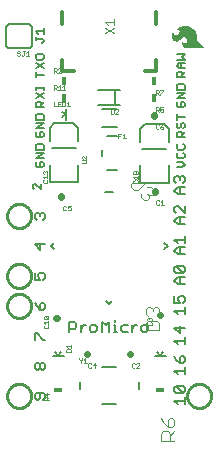
<source format=gto>
G04 EAGLE Gerber RS-274X export*
G75*
%MOMM*%
%FSLAX34Y34*%
%LPD*%
%INSilkscreen Top*%
%IPPOS*%
%AMOC8*
5,1,8,0,0,1.08239X$1,22.5*%
G01*
%ADD10C,0.254000*%
%ADD11C,0.152400*%
%ADD12C,0.127000*%
%ADD13C,0.558800*%
%ADD14C,0.025400*%
%ADD15C,0.203200*%
%ADD16R,0.457200X0.762000*%
%ADD17R,0.762000X0.457200*%
%ADD18C,0.101600*%
%ADD19C,0.304800*%
%ADD20C,0.050800*%

G36*
X170160Y307217D02*
X170160Y307217D01*
X170164Y307215D01*
X170204Y307236D01*
X170246Y307253D01*
X170248Y307258D01*
X170252Y307260D01*
X170265Y307303D01*
X170281Y307345D01*
X170279Y307350D01*
X170281Y307354D01*
X170245Y307424D01*
X170240Y307434D01*
X170239Y307435D01*
X164757Y312307D01*
X163975Y313161D01*
X163386Y314151D01*
X163259Y314502D01*
X163194Y314870D01*
X163194Y317145D01*
X163192Y317150D01*
X163194Y317156D01*
X163070Y318520D01*
X163064Y318530D01*
X163066Y318542D01*
X162698Y319861D01*
X162690Y319869D01*
X162689Y319882D01*
X162089Y321112D01*
X162082Y321119D01*
X162079Y321130D01*
X161262Y322287D01*
X161254Y322292D01*
X161251Y322301D01*
X160279Y323332D01*
X160271Y323336D01*
X160268Y323342D01*
X160267Y323343D01*
X160266Y323344D01*
X159159Y324229D01*
X159149Y324231D01*
X159142Y324240D01*
X157461Y325187D01*
X157450Y325188D01*
X157440Y325196D01*
X155616Y325824D01*
X155605Y325823D01*
X155594Y325830D01*
X153687Y326118D01*
X153676Y326115D01*
X153664Y326120D01*
X151736Y326059D01*
X151727Y326055D01*
X151715Y326057D01*
X150676Y325850D01*
X150668Y325845D01*
X150658Y325845D01*
X149660Y325487D01*
X149653Y325481D01*
X149642Y325480D01*
X148708Y324978D01*
X148701Y324969D01*
X148689Y324966D01*
X147552Y324059D01*
X147546Y324048D01*
X147533Y324041D01*
X146612Y322915D01*
X146600Y322872D01*
X146584Y322831D01*
X146586Y322826D01*
X146585Y322820D01*
X146607Y322782D01*
X146625Y322742D01*
X146631Y322739D01*
X146633Y322735D01*
X146662Y322727D01*
X146710Y322709D01*
X147590Y322709D01*
X147711Y322693D01*
X147813Y322649D01*
X148153Y322375D01*
X148401Y322014D01*
X148466Y321840D01*
X148524Y321302D01*
X148426Y320772D01*
X148177Y320284D01*
X147526Y319382D01*
X147172Y318970D01*
X146762Y318619D01*
X146304Y318336D01*
X145810Y318130D01*
X145510Y318071D01*
X145207Y318083D01*
X144688Y318240D01*
X144228Y318526D01*
X143858Y318921D01*
X143603Y319402D01*
X143465Y319892D01*
X143407Y320403D01*
X143407Y321006D01*
X143407Y321007D01*
X143398Y321029D01*
X143369Y321097D01*
X143277Y321132D01*
X143267Y321128D01*
X143192Y321094D01*
X143189Y321092D01*
X143188Y321091D01*
X143187Y321090D01*
X143167Y321069D01*
X143165Y321065D01*
X143162Y321064D01*
X143161Y321060D01*
X143156Y321058D01*
X142818Y320623D01*
X142814Y320608D01*
X142802Y320596D01*
X142581Y320092D01*
X142581Y320091D01*
X142429Y319735D01*
X142328Y319507D01*
X142328Y319497D01*
X142321Y319487D01*
X142101Y318609D01*
X142103Y318600D01*
X142098Y318590D01*
X142012Y317690D01*
X142016Y317680D01*
X142012Y317668D01*
X142078Y316800D01*
X142084Y316789D01*
X142083Y316776D01*
X142314Y315936D01*
X142322Y315926D01*
X142323Y315913D01*
X142711Y315133D01*
X142719Y315126D01*
X142722Y315115D01*
X143282Y314338D01*
X143289Y314334D01*
X143293Y314325D01*
X143951Y313629D01*
X143962Y313624D01*
X143970Y313613D01*
X144573Y313182D01*
X144588Y313179D01*
X144601Y313167D01*
X145293Y312900D01*
X145309Y312900D01*
X145324Y312892D01*
X146061Y312805D01*
X146076Y312810D01*
X146093Y312806D01*
X146828Y312905D01*
X146841Y312913D01*
X146858Y312913D01*
X147546Y313193D01*
X147555Y313202D01*
X147569Y313205D01*
X149327Y314392D01*
X149333Y314400D01*
X149343Y314404D01*
X150884Y315857D01*
X151319Y316227D01*
X151822Y316467D01*
X152370Y316569D01*
X152926Y316526D01*
X153451Y316340D01*
X153911Y316025D01*
X154276Y315600D01*
X154569Y315057D01*
X154767Y314471D01*
X154864Y313861D01*
X154829Y313150D01*
X154622Y312472D01*
X154257Y311866D01*
X153929Y311553D01*
X153525Y311347D01*
X153109Y311254D01*
X152681Y311254D01*
X152266Y311347D01*
X152128Y311419D01*
X152014Y311537D01*
X151415Y312361D01*
X151344Y312494D01*
X151316Y312632D01*
X151332Y312790D01*
X151318Y312833D01*
X151307Y312878D01*
X151303Y312880D01*
X151302Y312884D01*
X151261Y312904D01*
X151222Y312927D01*
X151218Y312926D01*
X151214Y312928D01*
X151171Y312913D01*
X151127Y312900D01*
X151125Y312897D01*
X151121Y312896D01*
X151102Y312858D01*
X151081Y312822D01*
X151005Y312339D01*
X151007Y312334D01*
X151004Y312329D01*
X150931Y311389D01*
X150933Y311383D01*
X150931Y311377D01*
X150932Y311374D01*
X150931Y311369D01*
X151004Y310429D01*
X151009Y310419D01*
X151008Y310407D01*
X151192Y309708D01*
X151200Y309698D01*
X151201Y309684D01*
X151522Y309036D01*
X151531Y309028D01*
X151535Y309014D01*
X151980Y308444D01*
X151991Y308438D01*
X151997Y308426D01*
X152547Y307956D01*
X152559Y307952D01*
X152568Y307941D01*
X153300Y307540D01*
X153313Y307539D01*
X153324Y307530D01*
X154123Y307290D01*
X154136Y307291D01*
X154149Y307285D01*
X154980Y307215D01*
X154986Y307217D01*
X154991Y307215D01*
X170155Y307215D01*
X170160Y307217D01*
G37*
D10*
X2540Y88900D02*
X2543Y89149D01*
X2552Y89399D01*
X2568Y89647D01*
X2589Y89896D01*
X2616Y90144D01*
X2650Y90391D01*
X2690Y90637D01*
X2735Y90882D01*
X2787Y91126D01*
X2844Y91369D01*
X2908Y91610D01*
X2977Y91849D01*
X3053Y92087D01*
X3134Y92323D01*
X3221Y92557D01*
X3313Y92788D01*
X3412Y93017D01*
X3515Y93244D01*
X3625Y93468D01*
X3740Y93689D01*
X3860Y93908D01*
X3985Y94123D01*
X4116Y94336D01*
X4252Y94545D01*
X4393Y94750D01*
X4539Y94952D01*
X4690Y95151D01*
X4846Y95345D01*
X5007Y95536D01*
X5172Y95723D01*
X5342Y95906D01*
X5516Y96084D01*
X5694Y96258D01*
X5877Y96428D01*
X6064Y96593D01*
X6255Y96754D01*
X6449Y96910D01*
X6648Y97061D01*
X6850Y97207D01*
X7055Y97348D01*
X7264Y97484D01*
X7477Y97615D01*
X7692Y97740D01*
X7911Y97860D01*
X8132Y97975D01*
X8356Y98085D01*
X8583Y98188D01*
X8812Y98287D01*
X9043Y98379D01*
X9277Y98466D01*
X9513Y98547D01*
X9751Y98623D01*
X9990Y98692D01*
X10231Y98756D01*
X10474Y98813D01*
X10718Y98865D01*
X10963Y98910D01*
X11209Y98950D01*
X11456Y98984D01*
X11704Y99011D01*
X11953Y99032D01*
X12201Y99048D01*
X12451Y99057D01*
X12700Y99060D01*
X12949Y99057D01*
X13199Y99048D01*
X13447Y99032D01*
X13696Y99011D01*
X13944Y98984D01*
X14191Y98950D01*
X14437Y98910D01*
X14682Y98865D01*
X14926Y98813D01*
X15169Y98756D01*
X15410Y98692D01*
X15649Y98623D01*
X15887Y98547D01*
X16123Y98466D01*
X16357Y98379D01*
X16588Y98287D01*
X16817Y98188D01*
X17044Y98085D01*
X17268Y97975D01*
X17489Y97860D01*
X17708Y97740D01*
X17923Y97615D01*
X18136Y97484D01*
X18345Y97348D01*
X18550Y97207D01*
X18752Y97061D01*
X18951Y96910D01*
X19145Y96754D01*
X19336Y96593D01*
X19523Y96428D01*
X19706Y96258D01*
X19884Y96084D01*
X20058Y95906D01*
X20228Y95723D01*
X20393Y95536D01*
X20554Y95345D01*
X20710Y95151D01*
X20861Y94952D01*
X21007Y94750D01*
X21148Y94545D01*
X21284Y94336D01*
X21415Y94123D01*
X21540Y93908D01*
X21660Y93689D01*
X21775Y93468D01*
X21885Y93244D01*
X21988Y93017D01*
X22087Y92788D01*
X22179Y92557D01*
X22266Y92323D01*
X22347Y92087D01*
X22423Y91849D01*
X22492Y91610D01*
X22556Y91369D01*
X22613Y91126D01*
X22665Y90882D01*
X22710Y90637D01*
X22750Y90391D01*
X22784Y90144D01*
X22811Y89896D01*
X22832Y89647D01*
X22848Y89399D01*
X22857Y89149D01*
X22860Y88900D01*
X22857Y88651D01*
X22848Y88401D01*
X22832Y88153D01*
X22811Y87904D01*
X22784Y87656D01*
X22750Y87409D01*
X22710Y87163D01*
X22665Y86918D01*
X22613Y86674D01*
X22556Y86431D01*
X22492Y86190D01*
X22423Y85951D01*
X22347Y85713D01*
X22266Y85477D01*
X22179Y85243D01*
X22087Y85012D01*
X21988Y84783D01*
X21885Y84556D01*
X21775Y84332D01*
X21660Y84111D01*
X21540Y83892D01*
X21415Y83677D01*
X21284Y83464D01*
X21148Y83255D01*
X21007Y83050D01*
X20861Y82848D01*
X20710Y82649D01*
X20554Y82455D01*
X20393Y82264D01*
X20228Y82077D01*
X20058Y81894D01*
X19884Y81716D01*
X19706Y81542D01*
X19523Y81372D01*
X19336Y81207D01*
X19145Y81046D01*
X18951Y80890D01*
X18752Y80739D01*
X18550Y80593D01*
X18345Y80452D01*
X18136Y80316D01*
X17923Y80185D01*
X17708Y80060D01*
X17489Y79940D01*
X17268Y79825D01*
X17044Y79715D01*
X16817Y79612D01*
X16588Y79513D01*
X16357Y79421D01*
X16123Y79334D01*
X15887Y79253D01*
X15649Y79177D01*
X15410Y79108D01*
X15169Y79044D01*
X14926Y78987D01*
X14682Y78935D01*
X14437Y78890D01*
X14191Y78850D01*
X13944Y78816D01*
X13696Y78789D01*
X13447Y78768D01*
X13199Y78752D01*
X12949Y78743D01*
X12700Y78740D01*
X12451Y78743D01*
X12201Y78752D01*
X11953Y78768D01*
X11704Y78789D01*
X11456Y78816D01*
X11209Y78850D01*
X10963Y78890D01*
X10718Y78935D01*
X10474Y78987D01*
X10231Y79044D01*
X9990Y79108D01*
X9751Y79177D01*
X9513Y79253D01*
X9277Y79334D01*
X9043Y79421D01*
X8812Y79513D01*
X8583Y79612D01*
X8356Y79715D01*
X8132Y79825D01*
X7911Y79940D01*
X7692Y80060D01*
X7477Y80185D01*
X7264Y80316D01*
X7055Y80452D01*
X6850Y80593D01*
X6648Y80739D01*
X6449Y80890D01*
X6255Y81046D01*
X6064Y81207D01*
X5877Y81372D01*
X5694Y81542D01*
X5516Y81716D01*
X5342Y81894D01*
X5172Y82077D01*
X5007Y82264D01*
X4846Y82455D01*
X4690Y82649D01*
X4539Y82848D01*
X4393Y83050D01*
X4252Y83255D01*
X4116Y83464D01*
X3985Y83677D01*
X3860Y83892D01*
X3740Y84111D01*
X3625Y84332D01*
X3515Y84556D01*
X3412Y84783D01*
X3313Y85012D01*
X3221Y85243D01*
X3134Y85477D01*
X3053Y85713D01*
X2977Y85951D01*
X2908Y86190D01*
X2844Y86431D01*
X2787Y86674D01*
X2735Y86918D01*
X2690Y87163D01*
X2650Y87409D01*
X2616Y87656D01*
X2589Y87904D01*
X2568Y88153D01*
X2552Y88401D01*
X2543Y88651D01*
X2540Y88900D01*
X2540Y114300D02*
X2543Y114549D01*
X2552Y114799D01*
X2568Y115047D01*
X2589Y115296D01*
X2616Y115544D01*
X2650Y115791D01*
X2690Y116037D01*
X2735Y116282D01*
X2787Y116526D01*
X2844Y116769D01*
X2908Y117010D01*
X2977Y117249D01*
X3053Y117487D01*
X3134Y117723D01*
X3221Y117957D01*
X3313Y118188D01*
X3412Y118417D01*
X3515Y118644D01*
X3625Y118868D01*
X3740Y119089D01*
X3860Y119308D01*
X3985Y119523D01*
X4116Y119736D01*
X4252Y119945D01*
X4393Y120150D01*
X4539Y120352D01*
X4690Y120551D01*
X4846Y120745D01*
X5007Y120936D01*
X5172Y121123D01*
X5342Y121306D01*
X5516Y121484D01*
X5694Y121658D01*
X5877Y121828D01*
X6064Y121993D01*
X6255Y122154D01*
X6449Y122310D01*
X6648Y122461D01*
X6850Y122607D01*
X7055Y122748D01*
X7264Y122884D01*
X7477Y123015D01*
X7692Y123140D01*
X7911Y123260D01*
X8132Y123375D01*
X8356Y123485D01*
X8583Y123588D01*
X8812Y123687D01*
X9043Y123779D01*
X9277Y123866D01*
X9513Y123947D01*
X9751Y124023D01*
X9990Y124092D01*
X10231Y124156D01*
X10474Y124213D01*
X10718Y124265D01*
X10963Y124310D01*
X11209Y124350D01*
X11456Y124384D01*
X11704Y124411D01*
X11953Y124432D01*
X12201Y124448D01*
X12451Y124457D01*
X12700Y124460D01*
X12949Y124457D01*
X13199Y124448D01*
X13447Y124432D01*
X13696Y124411D01*
X13944Y124384D01*
X14191Y124350D01*
X14437Y124310D01*
X14682Y124265D01*
X14926Y124213D01*
X15169Y124156D01*
X15410Y124092D01*
X15649Y124023D01*
X15887Y123947D01*
X16123Y123866D01*
X16357Y123779D01*
X16588Y123687D01*
X16817Y123588D01*
X17044Y123485D01*
X17268Y123375D01*
X17489Y123260D01*
X17708Y123140D01*
X17923Y123015D01*
X18136Y122884D01*
X18345Y122748D01*
X18550Y122607D01*
X18752Y122461D01*
X18951Y122310D01*
X19145Y122154D01*
X19336Y121993D01*
X19523Y121828D01*
X19706Y121658D01*
X19884Y121484D01*
X20058Y121306D01*
X20228Y121123D01*
X20393Y120936D01*
X20554Y120745D01*
X20710Y120551D01*
X20861Y120352D01*
X21007Y120150D01*
X21148Y119945D01*
X21284Y119736D01*
X21415Y119523D01*
X21540Y119308D01*
X21660Y119089D01*
X21775Y118868D01*
X21885Y118644D01*
X21988Y118417D01*
X22087Y118188D01*
X22179Y117957D01*
X22266Y117723D01*
X22347Y117487D01*
X22423Y117249D01*
X22492Y117010D01*
X22556Y116769D01*
X22613Y116526D01*
X22665Y116282D01*
X22710Y116037D01*
X22750Y115791D01*
X22784Y115544D01*
X22811Y115296D01*
X22832Y115047D01*
X22848Y114799D01*
X22857Y114549D01*
X22860Y114300D01*
X22857Y114051D01*
X22848Y113801D01*
X22832Y113553D01*
X22811Y113304D01*
X22784Y113056D01*
X22750Y112809D01*
X22710Y112563D01*
X22665Y112318D01*
X22613Y112074D01*
X22556Y111831D01*
X22492Y111590D01*
X22423Y111351D01*
X22347Y111113D01*
X22266Y110877D01*
X22179Y110643D01*
X22087Y110412D01*
X21988Y110183D01*
X21885Y109956D01*
X21775Y109732D01*
X21660Y109511D01*
X21540Y109292D01*
X21415Y109077D01*
X21284Y108864D01*
X21148Y108655D01*
X21007Y108450D01*
X20861Y108248D01*
X20710Y108049D01*
X20554Y107855D01*
X20393Y107664D01*
X20228Y107477D01*
X20058Y107294D01*
X19884Y107116D01*
X19706Y106942D01*
X19523Y106772D01*
X19336Y106607D01*
X19145Y106446D01*
X18951Y106290D01*
X18752Y106139D01*
X18550Y105993D01*
X18345Y105852D01*
X18136Y105716D01*
X17923Y105585D01*
X17708Y105460D01*
X17489Y105340D01*
X17268Y105225D01*
X17044Y105115D01*
X16817Y105012D01*
X16588Y104913D01*
X16357Y104821D01*
X16123Y104734D01*
X15887Y104653D01*
X15649Y104577D01*
X15410Y104508D01*
X15169Y104444D01*
X14926Y104387D01*
X14682Y104335D01*
X14437Y104290D01*
X14191Y104250D01*
X13944Y104216D01*
X13696Y104189D01*
X13447Y104168D01*
X13199Y104152D01*
X12949Y104143D01*
X12700Y104140D01*
X12451Y104143D01*
X12201Y104152D01*
X11953Y104168D01*
X11704Y104189D01*
X11456Y104216D01*
X11209Y104250D01*
X10963Y104290D01*
X10718Y104335D01*
X10474Y104387D01*
X10231Y104444D01*
X9990Y104508D01*
X9751Y104577D01*
X9513Y104653D01*
X9277Y104734D01*
X9043Y104821D01*
X8812Y104913D01*
X8583Y105012D01*
X8356Y105115D01*
X8132Y105225D01*
X7911Y105340D01*
X7692Y105460D01*
X7477Y105585D01*
X7264Y105716D01*
X7055Y105852D01*
X6850Y105993D01*
X6648Y106139D01*
X6449Y106290D01*
X6255Y106446D01*
X6064Y106607D01*
X5877Y106772D01*
X5694Y106942D01*
X5516Y107116D01*
X5342Y107294D01*
X5172Y107477D01*
X5007Y107664D01*
X4846Y107855D01*
X4690Y108049D01*
X4539Y108248D01*
X4393Y108450D01*
X4252Y108655D01*
X4116Y108864D01*
X3985Y109077D01*
X3860Y109292D01*
X3740Y109511D01*
X3625Y109732D01*
X3515Y109956D01*
X3412Y110183D01*
X3313Y110412D01*
X3221Y110643D01*
X3134Y110877D01*
X3053Y111113D01*
X2977Y111351D01*
X2908Y111590D01*
X2844Y111831D01*
X2787Y112074D01*
X2735Y112318D01*
X2690Y112563D01*
X2650Y112809D01*
X2616Y113056D01*
X2589Y113304D01*
X2568Y113553D01*
X2552Y113801D01*
X2543Y114051D01*
X2540Y114300D01*
X2540Y165100D02*
X2543Y165349D01*
X2552Y165599D01*
X2568Y165847D01*
X2589Y166096D01*
X2616Y166344D01*
X2650Y166591D01*
X2690Y166837D01*
X2735Y167082D01*
X2787Y167326D01*
X2844Y167569D01*
X2908Y167810D01*
X2977Y168049D01*
X3053Y168287D01*
X3134Y168523D01*
X3221Y168757D01*
X3313Y168988D01*
X3412Y169217D01*
X3515Y169444D01*
X3625Y169668D01*
X3740Y169889D01*
X3860Y170108D01*
X3985Y170323D01*
X4116Y170536D01*
X4252Y170745D01*
X4393Y170950D01*
X4539Y171152D01*
X4690Y171351D01*
X4846Y171545D01*
X5007Y171736D01*
X5172Y171923D01*
X5342Y172106D01*
X5516Y172284D01*
X5694Y172458D01*
X5877Y172628D01*
X6064Y172793D01*
X6255Y172954D01*
X6449Y173110D01*
X6648Y173261D01*
X6850Y173407D01*
X7055Y173548D01*
X7264Y173684D01*
X7477Y173815D01*
X7692Y173940D01*
X7911Y174060D01*
X8132Y174175D01*
X8356Y174285D01*
X8583Y174388D01*
X8812Y174487D01*
X9043Y174579D01*
X9277Y174666D01*
X9513Y174747D01*
X9751Y174823D01*
X9990Y174892D01*
X10231Y174956D01*
X10474Y175013D01*
X10718Y175065D01*
X10963Y175110D01*
X11209Y175150D01*
X11456Y175184D01*
X11704Y175211D01*
X11953Y175232D01*
X12201Y175248D01*
X12451Y175257D01*
X12700Y175260D01*
X12949Y175257D01*
X13199Y175248D01*
X13447Y175232D01*
X13696Y175211D01*
X13944Y175184D01*
X14191Y175150D01*
X14437Y175110D01*
X14682Y175065D01*
X14926Y175013D01*
X15169Y174956D01*
X15410Y174892D01*
X15649Y174823D01*
X15887Y174747D01*
X16123Y174666D01*
X16357Y174579D01*
X16588Y174487D01*
X16817Y174388D01*
X17044Y174285D01*
X17268Y174175D01*
X17489Y174060D01*
X17708Y173940D01*
X17923Y173815D01*
X18136Y173684D01*
X18345Y173548D01*
X18550Y173407D01*
X18752Y173261D01*
X18951Y173110D01*
X19145Y172954D01*
X19336Y172793D01*
X19523Y172628D01*
X19706Y172458D01*
X19884Y172284D01*
X20058Y172106D01*
X20228Y171923D01*
X20393Y171736D01*
X20554Y171545D01*
X20710Y171351D01*
X20861Y171152D01*
X21007Y170950D01*
X21148Y170745D01*
X21284Y170536D01*
X21415Y170323D01*
X21540Y170108D01*
X21660Y169889D01*
X21775Y169668D01*
X21885Y169444D01*
X21988Y169217D01*
X22087Y168988D01*
X22179Y168757D01*
X22266Y168523D01*
X22347Y168287D01*
X22423Y168049D01*
X22492Y167810D01*
X22556Y167569D01*
X22613Y167326D01*
X22665Y167082D01*
X22710Y166837D01*
X22750Y166591D01*
X22784Y166344D01*
X22811Y166096D01*
X22832Y165847D01*
X22848Y165599D01*
X22857Y165349D01*
X22860Y165100D01*
X22857Y164851D01*
X22848Y164601D01*
X22832Y164353D01*
X22811Y164104D01*
X22784Y163856D01*
X22750Y163609D01*
X22710Y163363D01*
X22665Y163118D01*
X22613Y162874D01*
X22556Y162631D01*
X22492Y162390D01*
X22423Y162151D01*
X22347Y161913D01*
X22266Y161677D01*
X22179Y161443D01*
X22087Y161212D01*
X21988Y160983D01*
X21885Y160756D01*
X21775Y160532D01*
X21660Y160311D01*
X21540Y160092D01*
X21415Y159877D01*
X21284Y159664D01*
X21148Y159455D01*
X21007Y159250D01*
X20861Y159048D01*
X20710Y158849D01*
X20554Y158655D01*
X20393Y158464D01*
X20228Y158277D01*
X20058Y158094D01*
X19884Y157916D01*
X19706Y157742D01*
X19523Y157572D01*
X19336Y157407D01*
X19145Y157246D01*
X18951Y157090D01*
X18752Y156939D01*
X18550Y156793D01*
X18345Y156652D01*
X18136Y156516D01*
X17923Y156385D01*
X17708Y156260D01*
X17489Y156140D01*
X17268Y156025D01*
X17044Y155915D01*
X16817Y155812D01*
X16588Y155713D01*
X16357Y155621D01*
X16123Y155534D01*
X15887Y155453D01*
X15649Y155377D01*
X15410Y155308D01*
X15169Y155244D01*
X14926Y155187D01*
X14682Y155135D01*
X14437Y155090D01*
X14191Y155050D01*
X13944Y155016D01*
X13696Y154989D01*
X13447Y154968D01*
X13199Y154952D01*
X12949Y154943D01*
X12700Y154940D01*
X12451Y154943D01*
X12201Y154952D01*
X11953Y154968D01*
X11704Y154989D01*
X11456Y155016D01*
X11209Y155050D01*
X10963Y155090D01*
X10718Y155135D01*
X10474Y155187D01*
X10231Y155244D01*
X9990Y155308D01*
X9751Y155377D01*
X9513Y155453D01*
X9277Y155534D01*
X9043Y155621D01*
X8812Y155713D01*
X8583Y155812D01*
X8356Y155915D01*
X8132Y156025D01*
X7911Y156140D01*
X7692Y156260D01*
X7477Y156385D01*
X7264Y156516D01*
X7055Y156652D01*
X6850Y156793D01*
X6648Y156939D01*
X6449Y157090D01*
X6255Y157246D01*
X6064Y157407D01*
X5877Y157572D01*
X5694Y157742D01*
X5516Y157916D01*
X5342Y158094D01*
X5172Y158277D01*
X5007Y158464D01*
X4846Y158655D01*
X4690Y158849D01*
X4539Y159048D01*
X4393Y159250D01*
X4252Y159455D01*
X4116Y159664D01*
X3985Y159877D01*
X3860Y160092D01*
X3740Y160311D01*
X3625Y160532D01*
X3515Y160756D01*
X3412Y160983D01*
X3313Y161212D01*
X3221Y161443D01*
X3134Y161677D01*
X3053Y161913D01*
X2977Y162151D01*
X2908Y162390D01*
X2844Y162631D01*
X2787Y162874D01*
X2735Y163118D01*
X2690Y163363D01*
X2650Y163609D01*
X2616Y163856D01*
X2589Y164104D01*
X2568Y164353D01*
X2552Y164601D01*
X2543Y164851D01*
X2540Y165100D01*
X2540Y12700D02*
X2543Y12949D01*
X2552Y13199D01*
X2568Y13447D01*
X2589Y13696D01*
X2616Y13944D01*
X2650Y14191D01*
X2690Y14437D01*
X2735Y14682D01*
X2787Y14926D01*
X2844Y15169D01*
X2908Y15410D01*
X2977Y15649D01*
X3053Y15887D01*
X3134Y16123D01*
X3221Y16357D01*
X3313Y16588D01*
X3412Y16817D01*
X3515Y17044D01*
X3625Y17268D01*
X3740Y17489D01*
X3860Y17708D01*
X3985Y17923D01*
X4116Y18136D01*
X4252Y18345D01*
X4393Y18550D01*
X4539Y18752D01*
X4690Y18951D01*
X4846Y19145D01*
X5007Y19336D01*
X5172Y19523D01*
X5342Y19706D01*
X5516Y19884D01*
X5694Y20058D01*
X5877Y20228D01*
X6064Y20393D01*
X6255Y20554D01*
X6449Y20710D01*
X6648Y20861D01*
X6850Y21007D01*
X7055Y21148D01*
X7264Y21284D01*
X7477Y21415D01*
X7692Y21540D01*
X7911Y21660D01*
X8132Y21775D01*
X8356Y21885D01*
X8583Y21988D01*
X8812Y22087D01*
X9043Y22179D01*
X9277Y22266D01*
X9513Y22347D01*
X9751Y22423D01*
X9990Y22492D01*
X10231Y22556D01*
X10474Y22613D01*
X10718Y22665D01*
X10963Y22710D01*
X11209Y22750D01*
X11456Y22784D01*
X11704Y22811D01*
X11953Y22832D01*
X12201Y22848D01*
X12451Y22857D01*
X12700Y22860D01*
X12949Y22857D01*
X13199Y22848D01*
X13447Y22832D01*
X13696Y22811D01*
X13944Y22784D01*
X14191Y22750D01*
X14437Y22710D01*
X14682Y22665D01*
X14926Y22613D01*
X15169Y22556D01*
X15410Y22492D01*
X15649Y22423D01*
X15887Y22347D01*
X16123Y22266D01*
X16357Y22179D01*
X16588Y22087D01*
X16817Y21988D01*
X17044Y21885D01*
X17268Y21775D01*
X17489Y21660D01*
X17708Y21540D01*
X17923Y21415D01*
X18136Y21284D01*
X18345Y21148D01*
X18550Y21007D01*
X18752Y20861D01*
X18951Y20710D01*
X19145Y20554D01*
X19336Y20393D01*
X19523Y20228D01*
X19706Y20058D01*
X19884Y19884D01*
X20058Y19706D01*
X20228Y19523D01*
X20393Y19336D01*
X20554Y19145D01*
X20710Y18951D01*
X20861Y18752D01*
X21007Y18550D01*
X21148Y18345D01*
X21284Y18136D01*
X21415Y17923D01*
X21540Y17708D01*
X21660Y17489D01*
X21775Y17268D01*
X21885Y17044D01*
X21988Y16817D01*
X22087Y16588D01*
X22179Y16357D01*
X22266Y16123D01*
X22347Y15887D01*
X22423Y15649D01*
X22492Y15410D01*
X22556Y15169D01*
X22613Y14926D01*
X22665Y14682D01*
X22710Y14437D01*
X22750Y14191D01*
X22784Y13944D01*
X22811Y13696D01*
X22832Y13447D01*
X22848Y13199D01*
X22857Y12949D01*
X22860Y12700D01*
X22857Y12451D01*
X22848Y12201D01*
X22832Y11953D01*
X22811Y11704D01*
X22784Y11456D01*
X22750Y11209D01*
X22710Y10963D01*
X22665Y10718D01*
X22613Y10474D01*
X22556Y10231D01*
X22492Y9990D01*
X22423Y9751D01*
X22347Y9513D01*
X22266Y9277D01*
X22179Y9043D01*
X22087Y8812D01*
X21988Y8583D01*
X21885Y8356D01*
X21775Y8132D01*
X21660Y7911D01*
X21540Y7692D01*
X21415Y7477D01*
X21284Y7264D01*
X21148Y7055D01*
X21007Y6850D01*
X20861Y6648D01*
X20710Y6449D01*
X20554Y6255D01*
X20393Y6064D01*
X20228Y5877D01*
X20058Y5694D01*
X19884Y5516D01*
X19706Y5342D01*
X19523Y5172D01*
X19336Y5007D01*
X19145Y4846D01*
X18951Y4690D01*
X18752Y4539D01*
X18550Y4393D01*
X18345Y4252D01*
X18136Y4116D01*
X17923Y3985D01*
X17708Y3860D01*
X17489Y3740D01*
X17268Y3625D01*
X17044Y3515D01*
X16817Y3412D01*
X16588Y3313D01*
X16357Y3221D01*
X16123Y3134D01*
X15887Y3053D01*
X15649Y2977D01*
X15410Y2908D01*
X15169Y2844D01*
X14926Y2787D01*
X14682Y2735D01*
X14437Y2690D01*
X14191Y2650D01*
X13944Y2616D01*
X13696Y2589D01*
X13447Y2568D01*
X13199Y2552D01*
X12949Y2543D01*
X12700Y2540D01*
X12451Y2543D01*
X12201Y2552D01*
X11953Y2568D01*
X11704Y2589D01*
X11456Y2616D01*
X11209Y2650D01*
X10963Y2690D01*
X10718Y2735D01*
X10474Y2787D01*
X10231Y2844D01*
X9990Y2908D01*
X9751Y2977D01*
X9513Y3053D01*
X9277Y3134D01*
X9043Y3221D01*
X8812Y3313D01*
X8583Y3412D01*
X8356Y3515D01*
X8132Y3625D01*
X7911Y3740D01*
X7692Y3860D01*
X7477Y3985D01*
X7264Y4116D01*
X7055Y4252D01*
X6850Y4393D01*
X6648Y4539D01*
X6449Y4690D01*
X6255Y4846D01*
X6064Y5007D01*
X5877Y5172D01*
X5694Y5342D01*
X5516Y5516D01*
X5342Y5694D01*
X5172Y5877D01*
X5007Y6064D01*
X4846Y6255D01*
X4690Y6449D01*
X4539Y6648D01*
X4393Y6850D01*
X4252Y7055D01*
X4116Y7264D01*
X3985Y7477D01*
X3860Y7692D01*
X3740Y7911D01*
X3625Y8132D01*
X3515Y8356D01*
X3412Y8583D01*
X3313Y8812D01*
X3221Y9043D01*
X3134Y9277D01*
X3053Y9513D01*
X2977Y9751D01*
X2908Y9990D01*
X2844Y10231D01*
X2787Y10474D01*
X2735Y10718D01*
X2690Y10963D01*
X2650Y11209D01*
X2616Y11456D01*
X2589Y11704D01*
X2568Y11953D01*
X2552Y12201D01*
X2543Y12451D01*
X2540Y12700D01*
X154940Y12700D02*
X154943Y12949D01*
X154952Y13199D01*
X154968Y13447D01*
X154989Y13696D01*
X155016Y13944D01*
X155050Y14191D01*
X155090Y14437D01*
X155135Y14682D01*
X155187Y14926D01*
X155244Y15169D01*
X155308Y15410D01*
X155377Y15649D01*
X155453Y15887D01*
X155534Y16123D01*
X155621Y16357D01*
X155713Y16588D01*
X155812Y16817D01*
X155915Y17044D01*
X156025Y17268D01*
X156140Y17489D01*
X156260Y17708D01*
X156385Y17923D01*
X156516Y18136D01*
X156652Y18345D01*
X156793Y18550D01*
X156939Y18752D01*
X157090Y18951D01*
X157246Y19145D01*
X157407Y19336D01*
X157572Y19523D01*
X157742Y19706D01*
X157916Y19884D01*
X158094Y20058D01*
X158277Y20228D01*
X158464Y20393D01*
X158655Y20554D01*
X158849Y20710D01*
X159048Y20861D01*
X159250Y21007D01*
X159455Y21148D01*
X159664Y21284D01*
X159877Y21415D01*
X160092Y21540D01*
X160311Y21660D01*
X160532Y21775D01*
X160756Y21885D01*
X160983Y21988D01*
X161212Y22087D01*
X161443Y22179D01*
X161677Y22266D01*
X161913Y22347D01*
X162151Y22423D01*
X162390Y22492D01*
X162631Y22556D01*
X162874Y22613D01*
X163118Y22665D01*
X163363Y22710D01*
X163609Y22750D01*
X163856Y22784D01*
X164104Y22811D01*
X164353Y22832D01*
X164601Y22848D01*
X164851Y22857D01*
X165100Y22860D01*
X165349Y22857D01*
X165599Y22848D01*
X165847Y22832D01*
X166096Y22811D01*
X166344Y22784D01*
X166591Y22750D01*
X166837Y22710D01*
X167082Y22665D01*
X167326Y22613D01*
X167569Y22556D01*
X167810Y22492D01*
X168049Y22423D01*
X168287Y22347D01*
X168523Y22266D01*
X168757Y22179D01*
X168988Y22087D01*
X169217Y21988D01*
X169444Y21885D01*
X169668Y21775D01*
X169889Y21660D01*
X170108Y21540D01*
X170323Y21415D01*
X170536Y21284D01*
X170745Y21148D01*
X170950Y21007D01*
X171152Y20861D01*
X171351Y20710D01*
X171545Y20554D01*
X171736Y20393D01*
X171923Y20228D01*
X172106Y20058D01*
X172284Y19884D01*
X172458Y19706D01*
X172628Y19523D01*
X172793Y19336D01*
X172954Y19145D01*
X173110Y18951D01*
X173261Y18752D01*
X173407Y18550D01*
X173548Y18345D01*
X173684Y18136D01*
X173815Y17923D01*
X173940Y17708D01*
X174060Y17489D01*
X174175Y17268D01*
X174285Y17044D01*
X174388Y16817D01*
X174487Y16588D01*
X174579Y16357D01*
X174666Y16123D01*
X174747Y15887D01*
X174823Y15649D01*
X174892Y15410D01*
X174956Y15169D01*
X175013Y14926D01*
X175065Y14682D01*
X175110Y14437D01*
X175150Y14191D01*
X175184Y13944D01*
X175211Y13696D01*
X175232Y13447D01*
X175248Y13199D01*
X175257Y12949D01*
X175260Y12700D01*
X175257Y12451D01*
X175248Y12201D01*
X175232Y11953D01*
X175211Y11704D01*
X175184Y11456D01*
X175150Y11209D01*
X175110Y10963D01*
X175065Y10718D01*
X175013Y10474D01*
X174956Y10231D01*
X174892Y9990D01*
X174823Y9751D01*
X174747Y9513D01*
X174666Y9277D01*
X174579Y9043D01*
X174487Y8812D01*
X174388Y8583D01*
X174285Y8356D01*
X174175Y8132D01*
X174060Y7911D01*
X173940Y7692D01*
X173815Y7477D01*
X173684Y7264D01*
X173548Y7055D01*
X173407Y6850D01*
X173261Y6648D01*
X173110Y6449D01*
X172954Y6255D01*
X172793Y6064D01*
X172628Y5877D01*
X172458Y5694D01*
X172284Y5516D01*
X172106Y5342D01*
X171923Y5172D01*
X171736Y5007D01*
X171545Y4846D01*
X171351Y4690D01*
X171152Y4539D01*
X170950Y4393D01*
X170745Y4252D01*
X170536Y4116D01*
X170323Y3985D01*
X170108Y3860D01*
X169889Y3740D01*
X169668Y3625D01*
X169444Y3515D01*
X169217Y3412D01*
X168988Y3313D01*
X168757Y3221D01*
X168523Y3134D01*
X168287Y3053D01*
X168049Y2977D01*
X167810Y2908D01*
X167569Y2844D01*
X167326Y2787D01*
X167082Y2735D01*
X166837Y2690D01*
X166591Y2650D01*
X166344Y2616D01*
X166096Y2589D01*
X165847Y2568D01*
X165599Y2552D01*
X165349Y2543D01*
X165100Y2540D01*
X164851Y2543D01*
X164601Y2552D01*
X164353Y2568D01*
X164104Y2589D01*
X163856Y2616D01*
X163609Y2650D01*
X163363Y2690D01*
X163118Y2735D01*
X162874Y2787D01*
X162631Y2844D01*
X162390Y2908D01*
X162151Y2977D01*
X161913Y3053D01*
X161677Y3134D01*
X161443Y3221D01*
X161212Y3313D01*
X160983Y3412D01*
X160756Y3515D01*
X160532Y3625D01*
X160311Y3740D01*
X160092Y3860D01*
X159877Y3985D01*
X159664Y4116D01*
X159455Y4252D01*
X159250Y4393D01*
X159048Y4539D01*
X158849Y4690D01*
X158655Y4846D01*
X158464Y5007D01*
X158277Y5172D01*
X158094Y5342D01*
X157916Y5516D01*
X157742Y5694D01*
X157572Y5877D01*
X157407Y6064D01*
X157246Y6255D01*
X157090Y6449D01*
X156939Y6648D01*
X156793Y6850D01*
X156652Y7055D01*
X156516Y7264D01*
X156385Y7477D01*
X156260Y7692D01*
X156140Y7911D01*
X156025Y8132D01*
X155915Y8356D01*
X155812Y8583D01*
X155713Y8812D01*
X155621Y9043D01*
X155534Y9277D01*
X155453Y9513D01*
X155377Y9751D01*
X155308Y9990D01*
X155244Y10231D01*
X155187Y10474D01*
X155135Y10718D01*
X155090Y10963D01*
X155050Y11209D01*
X155016Y11456D01*
X154989Y11704D01*
X154968Y11953D01*
X154952Y12201D01*
X154943Y12451D01*
X154940Y12700D01*
D11*
X34798Y11093D02*
X33357Y9652D01*
X34798Y11093D02*
X34798Y13974D01*
X33357Y15414D01*
X27595Y15414D01*
X26155Y13974D01*
X26155Y11093D01*
X27595Y9652D01*
X29036Y9652D01*
X30476Y11093D01*
X30476Y15414D01*
X27595Y35052D02*
X26155Y36493D01*
X26155Y39374D01*
X27595Y40814D01*
X29036Y40814D01*
X30476Y39374D01*
X31917Y40814D01*
X33357Y40814D01*
X34798Y39374D01*
X34798Y36493D01*
X33357Y35052D01*
X31917Y35052D01*
X30476Y36493D01*
X29036Y35052D01*
X27595Y35052D01*
X30476Y36493D02*
X30476Y39374D01*
X26155Y60452D02*
X26155Y66214D01*
X27595Y66214D01*
X33357Y60452D01*
X34798Y60452D01*
X27595Y88733D02*
X26155Y91614D01*
X27595Y88733D02*
X30476Y85852D01*
X33357Y85852D01*
X34798Y87293D01*
X34798Y90174D01*
X33357Y91614D01*
X31917Y91614D01*
X30476Y90174D01*
X30476Y85852D01*
X26155Y111252D02*
X26155Y117014D01*
X26155Y111252D02*
X30476Y111252D01*
X29036Y114133D01*
X29036Y115574D01*
X30476Y117014D01*
X33357Y117014D01*
X34798Y115574D01*
X34798Y112693D01*
X33357Y111252D01*
X34798Y140974D02*
X26155Y140974D01*
X30476Y136652D01*
X30476Y142414D01*
X27595Y162052D02*
X26155Y163493D01*
X26155Y166374D01*
X27595Y167814D01*
X29036Y167814D01*
X30476Y166374D01*
X30476Y164933D01*
X30476Y166374D02*
X31917Y167814D01*
X33357Y167814D01*
X34798Y166374D01*
X34798Y163493D01*
X33357Y162052D01*
D12*
X31166Y187808D02*
X31166Y192384D01*
X31166Y187808D02*
X26590Y192384D01*
X25446Y192384D01*
X24302Y191240D01*
X24302Y188952D01*
X25446Y187808D01*
X26791Y209807D02*
X27935Y210951D01*
X26791Y209807D02*
X26791Y207519D01*
X27935Y206375D01*
X32511Y206375D01*
X33655Y207519D01*
X33655Y209807D01*
X32511Y210951D01*
X30223Y210951D01*
X30223Y208663D01*
X33655Y213859D02*
X26791Y213859D01*
X33655Y218435D01*
X26791Y218435D01*
X26791Y221343D02*
X33655Y221343D01*
X33655Y224775D01*
X32511Y225919D01*
X27935Y225919D01*
X26791Y224775D01*
X26791Y221343D01*
X26791Y235207D02*
X27935Y236351D01*
X26791Y235207D02*
X26791Y232919D01*
X27935Y231775D01*
X32511Y231775D01*
X33655Y232919D01*
X33655Y235207D01*
X32511Y236351D01*
X30223Y236351D01*
X30223Y234063D01*
X33655Y239259D02*
X26791Y239259D01*
X33655Y243835D01*
X26791Y243835D01*
X26791Y246743D02*
X33655Y246743D01*
X33655Y250175D01*
X32511Y251319D01*
X27935Y251319D01*
X26791Y250175D01*
X26791Y246743D01*
X26791Y257175D02*
X33655Y257175D01*
X26791Y257175D02*
X26791Y260607D01*
X27935Y261751D01*
X30223Y261751D01*
X31367Y260607D01*
X31367Y257175D01*
X31367Y259463D02*
X33655Y261751D01*
X26791Y264659D02*
X33655Y269235D01*
X33655Y264659D02*
X26791Y269235D01*
X33655Y272143D02*
X33655Y274431D01*
X33655Y273287D02*
X26791Y273287D01*
X26791Y272143D02*
X26791Y274431D01*
X26791Y284863D02*
X33655Y284863D01*
X26791Y282575D02*
X26791Y287151D01*
X26791Y290059D02*
X33655Y294635D01*
X33655Y290059D02*
X26791Y294635D01*
X26791Y298687D02*
X26791Y300975D01*
X26791Y298687D02*
X27935Y297543D01*
X32511Y297543D01*
X33655Y298687D01*
X33655Y300975D01*
X32511Y302119D01*
X27935Y302119D01*
X26791Y300975D01*
X146171Y282575D02*
X153035Y282575D01*
X146171Y282575D02*
X146171Y286007D01*
X147315Y287151D01*
X149603Y287151D01*
X150747Y286007D01*
X150747Y282575D01*
X150747Y284863D02*
X153035Y287151D01*
X153035Y290059D02*
X148459Y290059D01*
X146171Y292347D01*
X148459Y294635D01*
X153035Y294635D01*
X149603Y294635D02*
X149603Y290059D01*
X146171Y297543D02*
X153035Y297543D01*
X150747Y299831D01*
X153035Y302119D01*
X146171Y302119D01*
X147315Y261751D02*
X146171Y260607D01*
X146171Y258319D01*
X147315Y257175D01*
X151891Y257175D01*
X153035Y258319D01*
X153035Y260607D01*
X151891Y261751D01*
X149603Y261751D01*
X149603Y259463D01*
X153035Y264659D02*
X146171Y264659D01*
X153035Y269235D01*
X146171Y269235D01*
X146171Y272143D02*
X153035Y272143D01*
X153035Y275575D01*
X151891Y276719D01*
X147315Y276719D01*
X146171Y275575D01*
X146171Y272143D01*
X146171Y231775D02*
X153035Y231775D01*
X146171Y231775D02*
X146171Y235207D01*
X147315Y236351D01*
X149603Y236351D01*
X150747Y235207D01*
X150747Y231775D01*
X150747Y234063D02*
X153035Y236351D01*
X146171Y242691D02*
X147315Y243835D01*
X146171Y242691D02*
X146171Y240403D01*
X147315Y239259D01*
X148459Y239259D01*
X149603Y240403D01*
X149603Y242691D01*
X150747Y243835D01*
X151891Y243835D01*
X153035Y242691D01*
X153035Y240403D01*
X151891Y239259D01*
X153035Y249031D02*
X146171Y249031D01*
X146171Y246743D02*
X146171Y251319D01*
X146171Y206375D02*
X150747Y206375D01*
X153035Y208663D01*
X150747Y210951D01*
X146171Y210951D01*
X146171Y217291D02*
X147315Y218435D01*
X146171Y217291D02*
X146171Y215003D01*
X147315Y213859D01*
X151891Y213859D01*
X153035Y215003D01*
X153035Y217291D01*
X151891Y218435D01*
X146171Y224775D02*
X147315Y225919D01*
X146171Y224775D02*
X146171Y222487D01*
X147315Y221343D01*
X151891Y221343D01*
X153035Y222487D01*
X153035Y224775D01*
X151891Y225919D01*
D11*
X152908Y183642D02*
X147146Y183642D01*
X144265Y186523D01*
X147146Y189404D01*
X152908Y189404D01*
X148586Y189404D02*
X148586Y183642D01*
X145705Y192997D02*
X144265Y194438D01*
X144265Y197319D01*
X145705Y198759D01*
X147146Y198759D01*
X148586Y197319D01*
X148586Y195878D01*
X148586Y197319D02*
X150027Y198759D01*
X151467Y198759D01*
X152908Y197319D01*
X152908Y194438D01*
X151467Y192997D01*
X152908Y158242D02*
X147146Y158242D01*
X144265Y161123D01*
X147146Y164004D01*
X152908Y164004D01*
X148586Y164004D02*
X148586Y158242D01*
X152908Y167597D02*
X152908Y173359D01*
X152908Y167597D02*
X147146Y173359D01*
X145705Y173359D01*
X144265Y171919D01*
X144265Y169038D01*
X145705Y167597D01*
X147146Y132842D02*
X152908Y132842D01*
X147146Y132842D02*
X144265Y135723D01*
X147146Y138604D01*
X152908Y138604D01*
X148586Y138604D02*
X148586Y132842D01*
X147146Y142197D02*
X144265Y145078D01*
X152908Y145078D01*
X152908Y142197D02*
X152908Y147959D01*
X152908Y107442D02*
X147146Y107442D01*
X144265Y110323D01*
X147146Y113204D01*
X152908Y113204D01*
X148586Y113204D02*
X148586Y107442D01*
X151467Y116797D02*
X145705Y116797D01*
X144265Y118238D01*
X144265Y121119D01*
X145705Y122559D01*
X151467Y122559D01*
X152908Y121119D01*
X152908Y118238D01*
X151467Y116797D01*
X145705Y122559D01*
X144265Y84923D02*
X147146Y82042D01*
X144265Y84923D02*
X152908Y84923D01*
X152908Y82042D02*
X152908Y87804D01*
X144265Y91397D02*
X144265Y97159D01*
X144265Y91397D02*
X148586Y91397D01*
X147146Y94278D01*
X147146Y95719D01*
X148586Y97159D01*
X151467Y97159D01*
X152908Y95719D01*
X152908Y92838D01*
X151467Y91397D01*
X144265Y59523D02*
X147146Y56642D01*
X144265Y59523D02*
X152908Y59523D01*
X152908Y56642D02*
X152908Y62404D01*
X152908Y70319D02*
X144265Y70319D01*
X148586Y65997D01*
X148586Y71759D01*
X144265Y34123D02*
X147146Y31242D01*
X144265Y34123D02*
X152908Y34123D01*
X152908Y31242D02*
X152908Y37004D01*
X145705Y43478D02*
X144265Y46359D01*
X145705Y43478D02*
X148586Y40597D01*
X151467Y40597D01*
X152908Y42038D01*
X152908Y44919D01*
X151467Y46359D01*
X150027Y46359D01*
X148586Y44919D01*
X148586Y40597D01*
X144265Y8723D02*
X147146Y5842D01*
X144265Y8723D02*
X152908Y8723D01*
X152908Y5842D02*
X152908Y11604D01*
X151467Y15197D02*
X145705Y15197D01*
X144265Y16638D01*
X144265Y19519D01*
X145705Y20959D01*
X151467Y20959D01*
X152908Y19519D01*
X152908Y16638D01*
X151467Y15197D01*
X145705Y20959D01*
X55372Y66802D02*
X55372Y75445D01*
X59694Y75445D01*
X61134Y74005D01*
X61134Y71124D01*
X59694Y69683D01*
X55372Y69683D01*
X64727Y66802D02*
X64727Y72564D01*
X64727Y69683D02*
X67608Y72564D01*
X69049Y72564D01*
X73964Y66802D02*
X76845Y66802D01*
X78285Y68243D01*
X78285Y71124D01*
X76845Y72564D01*
X73964Y72564D01*
X72523Y71124D01*
X72523Y68243D01*
X73964Y66802D01*
D12*
X32511Y311785D02*
X33655Y312929D01*
X33655Y314073D01*
X32511Y315217D01*
X26791Y315217D01*
X26791Y314073D02*
X26791Y316361D01*
X29079Y319269D02*
X26791Y321557D01*
X33655Y321557D01*
X33655Y319269D02*
X33655Y323845D01*
D11*
X83312Y75445D02*
X83312Y66802D01*
X86193Y72564D02*
X83312Y75445D01*
X86193Y72564D02*
X89074Y75445D01*
X89074Y66802D01*
X92667Y72564D02*
X94108Y72564D01*
X94108Y66802D01*
X95548Y66802D02*
X92667Y66802D01*
X94108Y75445D02*
X94108Y76886D01*
X100345Y72564D02*
X104666Y72564D01*
X100345Y72564D02*
X98904Y71124D01*
X98904Y68243D01*
X100345Y66802D01*
X104666Y66802D01*
X108259Y66802D02*
X108259Y72564D01*
X108259Y69683D02*
X111140Y72564D01*
X112581Y72564D01*
X117496Y66802D02*
X120377Y66802D01*
X121817Y68243D01*
X121817Y71124D01*
X120377Y72564D01*
X117496Y72564D01*
X116055Y71124D01*
X116055Y68243D01*
X117496Y66802D01*
D13*
X44882Y78740D02*
X44272Y78740D01*
D14*
X34287Y72519D02*
X33652Y71884D01*
X33652Y70613D01*
X34287Y69977D01*
X36829Y69977D01*
X37465Y70613D01*
X37465Y71884D01*
X36829Y72519D01*
X34923Y73719D02*
X33652Y74990D01*
X37465Y74990D01*
X37465Y73719D02*
X37465Y76261D01*
X36829Y77461D02*
X34287Y77461D01*
X33652Y78097D01*
X33652Y79368D01*
X34287Y80003D01*
X36829Y80003D01*
X37465Y79368D01*
X37465Y78097D01*
X36829Y77461D01*
X34287Y80003D01*
D15*
X62673Y193516D02*
X62673Y208516D01*
X62673Y193516D02*
X38673Y193516D01*
X38673Y208516D01*
X62673Y228516D02*
X62673Y239516D01*
X58673Y243516D01*
X42673Y243516D01*
X38673Y239516D01*
X38673Y228516D01*
D12*
X40513Y222326D02*
X60833Y222326D01*
D14*
X33558Y195785D02*
X32923Y195150D01*
X32923Y193879D01*
X33558Y193243D01*
X36100Y193243D01*
X36736Y193879D01*
X36736Y195150D01*
X36100Y195785D01*
X34194Y196985D02*
X32923Y198256D01*
X36736Y198256D01*
X36736Y196985D02*
X36736Y199527D01*
X33558Y200727D02*
X32923Y201363D01*
X32923Y202634D01*
X33558Y203270D01*
X34194Y203270D01*
X34829Y202634D01*
X34829Y201998D01*
X34829Y202634D02*
X35465Y203270D01*
X36100Y203270D01*
X36736Y202634D01*
X36736Y201363D01*
X36100Y200727D01*
D16*
X50673Y264998D03*
D14*
X41910Y272110D02*
X41910Y275923D01*
X43817Y275923D01*
X44452Y275288D01*
X44452Y274017D01*
X43817Y273381D01*
X41910Y273381D01*
X43181Y273381D02*
X44452Y272110D01*
X45652Y274652D02*
X46923Y275923D01*
X46923Y272110D01*
X45652Y272110D02*
X48194Y272110D01*
X49394Y274652D02*
X50665Y275923D01*
X50665Y272110D01*
X49394Y272110D02*
X51936Y272110D01*
D15*
X52373Y251054D02*
X52373Y246454D01*
X52373Y251054D02*
X52373Y255654D01*
X52373Y251054D02*
X49273Y248716D01*
X52219Y251308D02*
X49273Y253238D01*
D14*
X41910Y258166D02*
X41910Y261979D01*
X41910Y258166D02*
X44452Y258166D01*
X45652Y261979D02*
X48194Y261979D01*
X45652Y261979D02*
X45652Y258166D01*
X48194Y258166D01*
X46923Y260072D02*
X45652Y260072D01*
X49394Y261979D02*
X49394Y258166D01*
X51301Y258166D01*
X51936Y258801D01*
X51936Y261343D01*
X51301Y261979D01*
X49394Y261979D01*
X53136Y260708D02*
X54407Y261979D01*
X54407Y258166D01*
X53136Y258166D02*
X55678Y258166D01*
D16*
X50800Y279400D03*
D14*
X42037Y286512D02*
X42037Y290325D01*
X43944Y290325D01*
X44579Y289690D01*
X44579Y288419D01*
X43944Y287783D01*
X42037Y287783D01*
X43308Y287783D02*
X44579Y286512D01*
X45779Y286512D02*
X48321Y286512D01*
X45779Y286512D02*
X48321Y289054D01*
X48321Y289690D01*
X47686Y290325D01*
X46415Y290325D01*
X45779Y289690D01*
D13*
X131775Y81280D02*
X132385Y81280D01*
D14*
X121790Y75059D02*
X121155Y74424D01*
X121155Y73153D01*
X121790Y72517D01*
X124332Y72517D01*
X124968Y73153D01*
X124968Y74424D01*
X124332Y75059D01*
X121790Y76259D02*
X121155Y76895D01*
X121155Y78166D01*
X121790Y78801D01*
X122426Y78801D01*
X123061Y78166D01*
X123061Y77530D01*
X123061Y78166D02*
X123697Y78801D01*
X124332Y78801D01*
X124968Y78166D01*
X124968Y76895D01*
X124332Y76259D01*
D13*
X127381Y185267D02*
X127381Y185877D01*
D14*
X130820Y178464D02*
X131456Y177828D01*
X130820Y178464D02*
X129549Y178464D01*
X128914Y177828D01*
X128914Y175286D01*
X129549Y174650D01*
X130820Y174650D01*
X131456Y175286D01*
X132656Y177193D02*
X133927Y178464D01*
X133927Y174650D01*
X132656Y174650D02*
X135198Y174650D01*
D17*
X132080Y17780D03*
D18*
X132578Y-25100D02*
X144272Y-25100D01*
X132578Y-25100D02*
X132578Y-19253D01*
X134527Y-17304D01*
X138425Y-17304D01*
X140374Y-19253D01*
X140374Y-25100D01*
X140374Y-21202D02*
X144272Y-17304D01*
X134527Y-9508D02*
X132578Y-5610D01*
X134527Y-9508D02*
X138425Y-13406D01*
X142323Y-13406D01*
X144272Y-11457D01*
X144272Y-7559D01*
X142323Y-5610D01*
X140374Y-5610D01*
X138425Y-7559D01*
X138425Y-13406D01*
D15*
X132080Y46560D02*
X127480Y46560D01*
X132080Y46560D02*
X136680Y46560D01*
X132080Y46560D02*
X129742Y49660D01*
X132334Y46714D02*
X134264Y49660D01*
D18*
X131572Y68768D02*
X119878Y68768D01*
X131572Y68768D02*
X131572Y74615D01*
X129623Y76564D01*
X121827Y76564D01*
X119878Y74615D01*
X119878Y68768D01*
X121827Y80462D02*
X119878Y82411D01*
X119878Y86309D01*
X121827Y88258D01*
X123776Y88258D01*
X125725Y86309D01*
X125725Y84360D01*
X125725Y86309D02*
X127674Y88258D01*
X129623Y88258D01*
X131572Y86309D01*
X131572Y82411D01*
X129623Y80462D01*
D15*
X95658Y232766D02*
X87070Y232766D01*
X87070Y204318D02*
X95658Y204318D01*
X83260Y215858D02*
X83260Y221226D01*
D14*
X69011Y209779D02*
X65834Y209779D01*
X69011Y209779D02*
X69647Y210414D01*
X69647Y211685D01*
X69011Y212321D01*
X65834Y212321D01*
X69647Y213521D02*
X69647Y216063D01*
X69647Y213521D02*
X67105Y216063D01*
X66469Y216063D01*
X65834Y215427D01*
X65834Y214156D01*
X66469Y213521D01*
D15*
X139229Y208034D02*
X139229Y193034D01*
X115229Y193034D01*
X115229Y208034D01*
X139229Y228034D02*
X139229Y239034D01*
X135229Y243034D01*
X119229Y243034D01*
X115229Y239034D01*
X115229Y228034D01*
D12*
X117069Y221844D02*
X137389Y221844D01*
D14*
X110114Y195303D02*
X109478Y194667D01*
X109478Y193396D01*
X110114Y192761D01*
X112656Y192761D01*
X113292Y193396D01*
X113292Y194667D01*
X112656Y195303D01*
X110749Y196503D02*
X109478Y197774D01*
X113292Y197774D01*
X113292Y196503D02*
X113292Y199045D01*
X112656Y200245D02*
X113292Y200880D01*
X113292Y202151D01*
X112656Y202787D01*
X110114Y202787D01*
X109478Y202151D01*
X109478Y200880D01*
X110114Y200245D01*
X110749Y200245D01*
X111385Y200880D01*
X111385Y202787D01*
D15*
X86072Y93031D02*
X88900Y90203D01*
X91728Y93031D01*
X42231Y136872D02*
X39403Y139700D01*
X42231Y142528D01*
X135569Y136872D02*
X138397Y139700D01*
X135569Y142528D01*
X92436Y185662D02*
X85364Y185662D01*
D18*
X107614Y192343D02*
X114504Y199234D01*
X107614Y192343D02*
X107614Y189587D01*
X110370Y186831D01*
X113126Y186831D01*
X120017Y193721D01*
X121395Y189587D02*
X124151Y189587D01*
X126908Y186831D01*
X126908Y184074D01*
X125529Y182696D01*
X122773Y182696D01*
X121395Y184074D01*
X122773Y182696D02*
X122773Y179940D01*
X121395Y178562D01*
X118639Y178562D01*
X115882Y181318D01*
X115882Y184074D01*
D15*
X94900Y37590D02*
X82900Y37590D01*
X113900Y24590D02*
X113900Y18590D01*
X94900Y5590D02*
X82900Y5590D01*
X63900Y18590D02*
X63900Y24590D01*
D14*
X63627Y43945D02*
X63627Y44580D01*
X63627Y43945D02*
X64898Y42674D01*
X66169Y43945D01*
X66169Y44580D01*
X64898Y42674D02*
X64898Y40767D01*
X67369Y43309D02*
X68640Y44580D01*
X68640Y40767D01*
X67369Y40767D02*
X69911Y40767D01*
D13*
X106680Y47955D02*
X106680Y48565D01*
D14*
X110119Y40516D02*
X110755Y39881D01*
X110119Y40516D02*
X108848Y40516D01*
X108213Y39881D01*
X108213Y37339D01*
X108848Y36703D01*
X110119Y36703D01*
X110755Y37339D01*
X111955Y36703D02*
X114497Y36703D01*
X111955Y36703D02*
X114497Y39245D01*
X114497Y39881D01*
X113862Y40516D01*
X112590Y40516D01*
X111955Y39881D01*
D13*
X69850Y47955D02*
X69850Y48565D01*
D14*
X73289Y40516D02*
X73925Y39881D01*
X73289Y40516D02*
X72018Y40516D01*
X71383Y39881D01*
X71383Y37339D01*
X72018Y36703D01*
X73289Y36703D01*
X73925Y37339D01*
X77032Y36703D02*
X77032Y40516D01*
X75125Y38610D01*
X77667Y38610D01*
D13*
X48539Y181051D02*
X48539Y181661D01*
D14*
X51979Y173612D02*
X52614Y172977D01*
X51979Y173612D02*
X50708Y173612D01*
X50072Y172977D01*
X50072Y170435D01*
X50708Y169799D01*
X51979Y169799D01*
X52614Y170435D01*
X53814Y173612D02*
X56356Y173612D01*
X53814Y173612D02*
X53814Y171706D01*
X55085Y172341D01*
X55721Y172341D01*
X56356Y171706D01*
X56356Y170435D01*
X55721Y169799D01*
X54450Y169799D01*
X53814Y170435D01*
D13*
X127127Y250037D02*
X127127Y250647D01*
D14*
X130566Y242599D02*
X131202Y241963D01*
X130566Y242599D02*
X129295Y242599D01*
X128660Y241963D01*
X128660Y239421D01*
X129295Y238785D01*
X130566Y238785D01*
X131202Y239421D01*
X133673Y241963D02*
X134944Y242599D01*
X133673Y241963D02*
X132402Y240692D01*
X132402Y239421D01*
X133037Y238785D01*
X134309Y238785D01*
X134944Y239421D01*
X134944Y240056D01*
X134309Y240692D01*
X132402Y240692D01*
D17*
X45720Y17780D03*
D14*
X37973Y9017D02*
X34160Y9017D01*
X34160Y10924D01*
X34795Y11559D01*
X36066Y11559D01*
X36702Y10924D01*
X36702Y9017D01*
X36702Y10288D02*
X37973Y11559D01*
X37973Y14666D02*
X34160Y14666D01*
X36066Y12759D01*
X36066Y15301D01*
D15*
X41120Y46560D02*
X45720Y46560D01*
X50320Y46560D01*
X45720Y46560D02*
X43382Y49660D01*
X45974Y46714D02*
X47904Y49660D01*
D14*
X52829Y49793D02*
X56642Y49793D01*
X56642Y51699D01*
X56006Y52335D01*
X53464Y52335D01*
X52829Y51699D01*
X52829Y49793D01*
X54100Y53535D02*
X52829Y54806D01*
X56642Y54806D01*
X56642Y53535D02*
X56642Y56077D01*
D16*
X127000Y264871D03*
D14*
X128533Y257127D02*
X128533Y253314D01*
X128533Y257127D02*
X130439Y257127D01*
X131075Y256492D01*
X131075Y255221D01*
X130439Y254585D01*
X128533Y254585D01*
X129804Y254585D02*
X131075Y253314D01*
X132275Y257127D02*
X134817Y257127D01*
X132275Y257127D02*
X132275Y255221D01*
X133546Y255856D01*
X134182Y255856D01*
X134817Y255221D01*
X134817Y253950D01*
X134182Y253314D01*
X132910Y253314D01*
X132275Y253950D01*
D16*
X127000Y279400D03*
D14*
X128533Y271656D02*
X128533Y267843D01*
X128533Y271656D02*
X130439Y271656D01*
X131075Y271021D01*
X131075Y269750D01*
X130439Y269114D01*
X128533Y269114D01*
X129804Y269114D02*
X131075Y267843D01*
X132275Y271656D02*
X134817Y271656D01*
X134817Y271021D01*
X132275Y268479D01*
X132275Y267843D01*
D19*
X128829Y287680D02*
X128829Y297500D01*
X128900Y297500D01*
X128900Y287500D02*
X118900Y287500D01*
X48900Y287500D02*
X48900Y297500D01*
X48900Y287500D02*
X58900Y287500D01*
X128900Y327500D02*
X128900Y337500D01*
X48900Y337500D02*
X48900Y327500D01*
D20*
X85648Y319721D02*
X92766Y324467D01*
X92766Y319721D02*
X85648Y324467D01*
X88021Y326738D02*
X85648Y329110D01*
X92766Y329110D01*
X92766Y326738D02*
X92766Y331483D01*
D15*
X95250Y255270D02*
X82550Y255270D01*
X82550Y240030D02*
X95250Y240030D01*
D14*
X96783Y234826D02*
X96783Y231013D01*
X96783Y234826D02*
X99325Y234826D01*
X98054Y232920D02*
X96783Y232920D01*
X100525Y233555D02*
X101796Y234826D01*
X101796Y231013D01*
X100525Y231013D02*
X103067Y231013D01*
D15*
X97900Y259184D02*
X93900Y259184D01*
X79900Y259184D01*
X93900Y272184D02*
X97900Y272184D01*
X93900Y272184D02*
X79900Y272184D01*
X93900Y272184D02*
X93900Y259184D01*
D14*
X90433Y255400D02*
X90433Y251587D01*
X92339Y251587D01*
X92975Y252223D01*
X92975Y254765D01*
X92339Y255400D01*
X90433Y255400D01*
X94175Y251587D02*
X96717Y251587D01*
X94175Y251587D02*
X96717Y254129D01*
X96717Y254765D01*
X96082Y255400D01*
X94810Y255400D01*
X94175Y254765D01*
D11*
X20700Y327500D02*
X4700Y327500D01*
X1700Y310000D02*
X1712Y309897D01*
X1727Y309795D01*
X1746Y309694D01*
X1768Y309593D01*
X1795Y309493D01*
X1825Y309394D01*
X1859Y309297D01*
X1896Y309201D01*
X1937Y309106D01*
X1982Y309013D01*
X2030Y308921D01*
X2081Y308832D01*
X2136Y308744D01*
X2194Y308659D01*
X2255Y308575D01*
X2319Y308495D01*
X2386Y308416D01*
X2456Y308340D01*
X2529Y308267D01*
X2604Y308197D01*
X2682Y308129D01*
X2763Y308064D01*
X2846Y308003D01*
X2931Y307944D01*
X3018Y307889D01*
X3108Y307837D01*
X3199Y307789D01*
X3292Y307744D01*
X3386Y307702D01*
X3482Y307664D01*
X3580Y307630D01*
X3678Y307599D01*
X3778Y307572D01*
X3878Y307549D01*
X3980Y307529D01*
X4082Y307514D01*
X4184Y307502D01*
X4287Y307494D01*
X4391Y307490D01*
X4494Y307489D01*
X4597Y307493D01*
X4700Y307500D01*
X20700Y307500D02*
X20803Y307493D01*
X20906Y307489D01*
X21009Y307490D01*
X21113Y307494D01*
X21216Y307502D01*
X21318Y307514D01*
X21420Y307529D01*
X21522Y307549D01*
X21622Y307572D01*
X21722Y307599D01*
X21820Y307630D01*
X21918Y307664D01*
X22014Y307702D01*
X22108Y307744D01*
X22201Y307789D01*
X22292Y307837D01*
X22382Y307889D01*
X22469Y307944D01*
X22554Y308003D01*
X22637Y308064D01*
X22718Y308129D01*
X22796Y308197D01*
X22871Y308267D01*
X22944Y308340D01*
X23014Y308416D01*
X23081Y308495D01*
X23145Y308575D01*
X23206Y308659D01*
X23264Y308744D01*
X23319Y308832D01*
X23370Y308921D01*
X23418Y309013D01*
X23463Y309106D01*
X23504Y309201D01*
X23541Y309297D01*
X23575Y309394D01*
X23605Y309493D01*
X23632Y309593D01*
X23654Y309694D01*
X23673Y309795D01*
X23688Y309897D01*
X23700Y310000D01*
X23700Y325000D02*
X23689Y325103D01*
X23674Y325205D01*
X23655Y325307D01*
X23632Y325407D01*
X23606Y325507D01*
X23576Y325606D01*
X23542Y325704D01*
X23505Y325800D01*
X23464Y325895D01*
X23419Y325988D01*
X23371Y326080D01*
X23320Y326169D01*
X23265Y326257D01*
X23207Y326342D01*
X23146Y326426D01*
X23082Y326507D01*
X23015Y326585D01*
X22945Y326661D01*
X22872Y326734D01*
X22796Y326805D01*
X22718Y326873D01*
X22638Y326937D01*
X22555Y326999D01*
X22470Y327057D01*
X22382Y327112D01*
X22293Y327164D01*
X22202Y327213D01*
X22109Y327258D01*
X22014Y327299D01*
X21918Y327337D01*
X21821Y327372D01*
X21722Y327402D01*
X21622Y327429D01*
X21522Y327453D01*
X21420Y327472D01*
X21318Y327488D01*
X21215Y327499D01*
X21112Y327507D01*
X21009Y327511D01*
X20906Y327512D01*
X20802Y327508D01*
X20699Y327500D01*
X4700Y327500D02*
X4597Y327507D01*
X4494Y327511D01*
X4391Y327510D01*
X4287Y327506D01*
X4184Y327498D01*
X4082Y327486D01*
X3980Y327471D01*
X3878Y327451D01*
X3778Y327428D01*
X3678Y327401D01*
X3580Y327370D01*
X3482Y327336D01*
X3386Y327298D01*
X3292Y327256D01*
X3199Y327211D01*
X3108Y327163D01*
X3018Y327111D01*
X2931Y327056D01*
X2846Y326997D01*
X2763Y326936D01*
X2682Y326871D01*
X2604Y326803D01*
X2529Y326733D01*
X2456Y326660D01*
X2386Y326584D01*
X2319Y326505D01*
X2255Y326425D01*
X2194Y326341D01*
X2136Y326256D01*
X2081Y326168D01*
X2030Y326079D01*
X1982Y325987D01*
X1937Y325894D01*
X1896Y325799D01*
X1859Y325703D01*
X1825Y325606D01*
X1795Y325507D01*
X1768Y325407D01*
X1746Y325306D01*
X1727Y325205D01*
X1712Y325103D01*
X1700Y325000D01*
X1700Y310000D01*
X23700Y310000D02*
X23700Y325000D01*
X20700Y307500D02*
X4700Y307500D01*
D14*
X13005Y304676D02*
X13641Y304041D01*
X13005Y304676D02*
X11734Y304676D01*
X11099Y304041D01*
X11099Y303405D01*
X11734Y302770D01*
X13005Y302770D01*
X13641Y302134D01*
X13641Y301499D01*
X13005Y300863D01*
X11734Y300863D01*
X11099Y301499D01*
X14841Y301499D02*
X15476Y300863D01*
X16112Y300863D01*
X16747Y301499D01*
X16747Y304676D01*
X16112Y304676D02*
X17383Y304676D01*
X18583Y303405D02*
X19854Y304676D01*
X19854Y300863D01*
X18583Y300863D02*
X21125Y300863D01*
M02*

</source>
